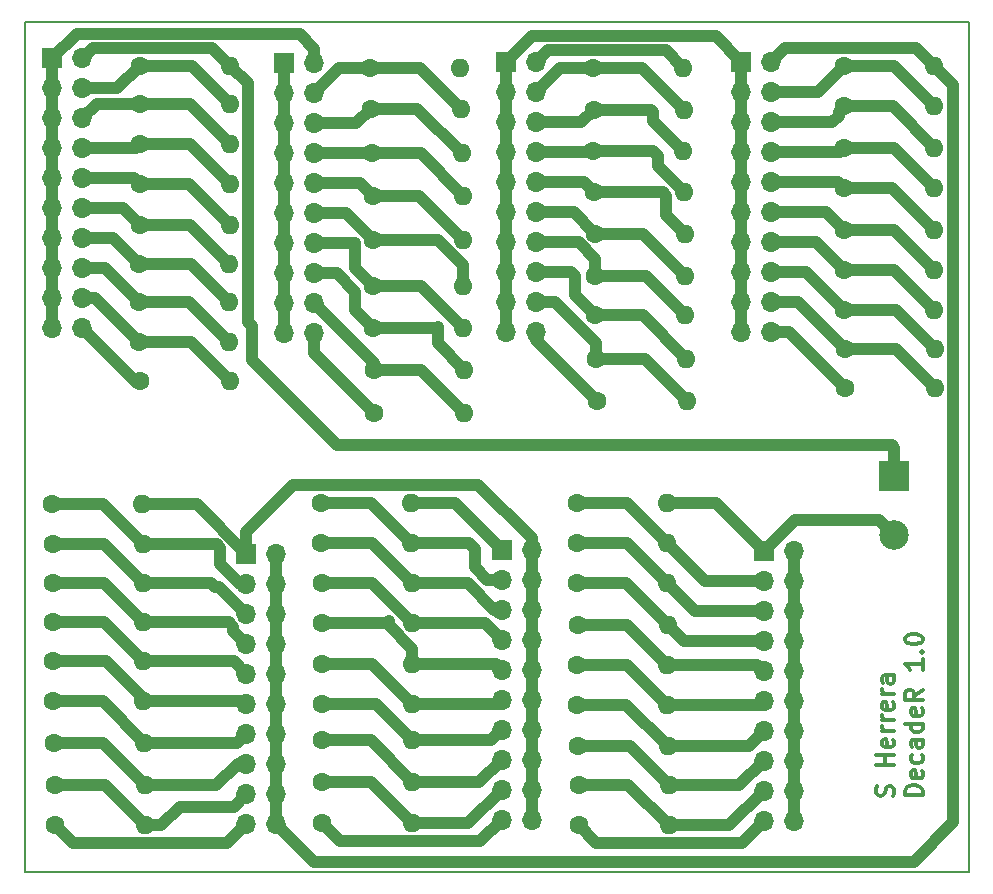
<source format=gbr>
%TF.GenerationSoftware,KiCad,Pcbnew,7.0.1*%
%TF.CreationDate,2025-02-25T21:51:12-03:00*%
%TF.ProjectId,resistorDecade,72657369-7374-46f7-9244-65636164652e,rev?*%
%TF.SameCoordinates,Original*%
%TF.FileFunction,Copper,L2,Bot*%
%TF.FilePolarity,Positive*%
%FSLAX46Y46*%
G04 Gerber Fmt 4.6, Leading zero omitted, Abs format (unit mm)*
G04 Created by KiCad (PCBNEW 7.0.1) date 2025-02-25 21:51:12*
%MOMM*%
%LPD*%
G01*
G04 APERTURE LIST*
%TA.AperFunction,NonConductor*%
%ADD10C,0.200000*%
%TD*%
%ADD11C,0.375000*%
%TA.AperFunction,NonConductor*%
%ADD12C,0.375000*%
%TD*%
%TA.AperFunction,ComponentPad*%
%ADD13C,1.600000*%
%TD*%
%TA.AperFunction,ComponentPad*%
%ADD14O,1.600000X1.600000*%
%TD*%
%TA.AperFunction,ComponentPad*%
%ADD15R,1.700000X1.700000*%
%TD*%
%TA.AperFunction,ComponentPad*%
%ADD16O,1.700000X1.700000*%
%TD*%
%TA.AperFunction,ComponentPad*%
%ADD17R,2.500000X2.500000*%
%TD*%
%TA.AperFunction,ComponentPad*%
%ADD18C,2.500000*%
%TD*%
%TA.AperFunction,Conductor*%
%ADD19C,1.000000*%
%TD*%
G04 APERTURE END LIST*
D10*
X94500000Y-46000000D02*
X174400000Y-46000000D01*
X174400000Y-117900000D01*
X94500000Y-117900000D01*
X94500000Y-46000000D01*
D11*
D12*
X168015000Y-111514285D02*
X168086428Y-111300000D01*
X168086428Y-111300000D02*
X168086428Y-110942857D01*
X168086428Y-110942857D02*
X168015000Y-110800000D01*
X168015000Y-110800000D02*
X167943571Y-110728571D01*
X167943571Y-110728571D02*
X167800714Y-110657142D01*
X167800714Y-110657142D02*
X167657857Y-110657142D01*
X167657857Y-110657142D02*
X167515000Y-110728571D01*
X167515000Y-110728571D02*
X167443571Y-110800000D01*
X167443571Y-110800000D02*
X167372142Y-110942857D01*
X167372142Y-110942857D02*
X167300714Y-111228571D01*
X167300714Y-111228571D02*
X167229285Y-111371428D01*
X167229285Y-111371428D02*
X167157857Y-111442857D01*
X167157857Y-111442857D02*
X167015000Y-111514285D01*
X167015000Y-111514285D02*
X166872142Y-111514285D01*
X166872142Y-111514285D02*
X166729285Y-111442857D01*
X166729285Y-111442857D02*
X166657857Y-111371428D01*
X166657857Y-111371428D02*
X166586428Y-111228571D01*
X166586428Y-111228571D02*
X166586428Y-110871428D01*
X166586428Y-110871428D02*
X166657857Y-110657142D01*
X168086428Y-108871429D02*
X166586428Y-108871429D01*
X167300714Y-108871429D02*
X167300714Y-108014286D01*
X168086428Y-108014286D02*
X166586428Y-108014286D01*
X168015000Y-106728571D02*
X168086428Y-106871428D01*
X168086428Y-106871428D02*
X168086428Y-107157143D01*
X168086428Y-107157143D02*
X168015000Y-107300000D01*
X168015000Y-107300000D02*
X167872142Y-107371428D01*
X167872142Y-107371428D02*
X167300714Y-107371428D01*
X167300714Y-107371428D02*
X167157857Y-107300000D01*
X167157857Y-107300000D02*
X167086428Y-107157143D01*
X167086428Y-107157143D02*
X167086428Y-106871428D01*
X167086428Y-106871428D02*
X167157857Y-106728571D01*
X167157857Y-106728571D02*
X167300714Y-106657143D01*
X167300714Y-106657143D02*
X167443571Y-106657143D01*
X167443571Y-106657143D02*
X167586428Y-107371428D01*
X168086428Y-106014286D02*
X167086428Y-106014286D01*
X167372142Y-106014286D02*
X167229285Y-105942857D01*
X167229285Y-105942857D02*
X167157857Y-105871429D01*
X167157857Y-105871429D02*
X167086428Y-105728571D01*
X167086428Y-105728571D02*
X167086428Y-105585714D01*
X168086428Y-105085715D02*
X167086428Y-105085715D01*
X167372142Y-105085715D02*
X167229285Y-105014286D01*
X167229285Y-105014286D02*
X167157857Y-104942858D01*
X167157857Y-104942858D02*
X167086428Y-104800000D01*
X167086428Y-104800000D02*
X167086428Y-104657143D01*
X168015000Y-103585715D02*
X168086428Y-103728572D01*
X168086428Y-103728572D02*
X168086428Y-104014287D01*
X168086428Y-104014287D02*
X168015000Y-104157144D01*
X168015000Y-104157144D02*
X167872142Y-104228572D01*
X167872142Y-104228572D02*
X167300714Y-104228572D01*
X167300714Y-104228572D02*
X167157857Y-104157144D01*
X167157857Y-104157144D02*
X167086428Y-104014287D01*
X167086428Y-104014287D02*
X167086428Y-103728572D01*
X167086428Y-103728572D02*
X167157857Y-103585715D01*
X167157857Y-103585715D02*
X167300714Y-103514287D01*
X167300714Y-103514287D02*
X167443571Y-103514287D01*
X167443571Y-103514287D02*
X167586428Y-104228572D01*
X168086428Y-102871430D02*
X167086428Y-102871430D01*
X167372142Y-102871430D02*
X167229285Y-102800001D01*
X167229285Y-102800001D02*
X167157857Y-102728573D01*
X167157857Y-102728573D02*
X167086428Y-102585715D01*
X167086428Y-102585715D02*
X167086428Y-102442858D01*
X168086428Y-101300002D02*
X167300714Y-101300002D01*
X167300714Y-101300002D02*
X167157857Y-101371430D01*
X167157857Y-101371430D02*
X167086428Y-101514287D01*
X167086428Y-101514287D02*
X167086428Y-101800002D01*
X167086428Y-101800002D02*
X167157857Y-101942859D01*
X168015000Y-101300002D02*
X168086428Y-101442859D01*
X168086428Y-101442859D02*
X168086428Y-101800002D01*
X168086428Y-101800002D02*
X168015000Y-101942859D01*
X168015000Y-101942859D02*
X167872142Y-102014287D01*
X167872142Y-102014287D02*
X167729285Y-102014287D01*
X167729285Y-102014287D02*
X167586428Y-101942859D01*
X167586428Y-101942859D02*
X167515000Y-101800002D01*
X167515000Y-101800002D02*
X167515000Y-101442859D01*
X167515000Y-101442859D02*
X167443571Y-101300002D01*
X170516428Y-111442857D02*
X169016428Y-111442857D01*
X169016428Y-111442857D02*
X169016428Y-111085714D01*
X169016428Y-111085714D02*
X169087857Y-110871428D01*
X169087857Y-110871428D02*
X169230714Y-110728571D01*
X169230714Y-110728571D02*
X169373571Y-110657142D01*
X169373571Y-110657142D02*
X169659285Y-110585714D01*
X169659285Y-110585714D02*
X169873571Y-110585714D01*
X169873571Y-110585714D02*
X170159285Y-110657142D01*
X170159285Y-110657142D02*
X170302142Y-110728571D01*
X170302142Y-110728571D02*
X170445000Y-110871428D01*
X170445000Y-110871428D02*
X170516428Y-111085714D01*
X170516428Y-111085714D02*
X170516428Y-111442857D01*
X170445000Y-109371428D02*
X170516428Y-109514285D01*
X170516428Y-109514285D02*
X170516428Y-109800000D01*
X170516428Y-109800000D02*
X170445000Y-109942857D01*
X170445000Y-109942857D02*
X170302142Y-110014285D01*
X170302142Y-110014285D02*
X169730714Y-110014285D01*
X169730714Y-110014285D02*
X169587857Y-109942857D01*
X169587857Y-109942857D02*
X169516428Y-109800000D01*
X169516428Y-109800000D02*
X169516428Y-109514285D01*
X169516428Y-109514285D02*
X169587857Y-109371428D01*
X169587857Y-109371428D02*
X169730714Y-109300000D01*
X169730714Y-109300000D02*
X169873571Y-109300000D01*
X169873571Y-109300000D02*
X170016428Y-110014285D01*
X170445000Y-108014286D02*
X170516428Y-108157143D01*
X170516428Y-108157143D02*
X170516428Y-108442857D01*
X170516428Y-108442857D02*
X170445000Y-108585714D01*
X170445000Y-108585714D02*
X170373571Y-108657143D01*
X170373571Y-108657143D02*
X170230714Y-108728571D01*
X170230714Y-108728571D02*
X169802142Y-108728571D01*
X169802142Y-108728571D02*
X169659285Y-108657143D01*
X169659285Y-108657143D02*
X169587857Y-108585714D01*
X169587857Y-108585714D02*
X169516428Y-108442857D01*
X169516428Y-108442857D02*
X169516428Y-108157143D01*
X169516428Y-108157143D02*
X169587857Y-108014286D01*
X170516428Y-106728572D02*
X169730714Y-106728572D01*
X169730714Y-106728572D02*
X169587857Y-106800000D01*
X169587857Y-106800000D02*
X169516428Y-106942857D01*
X169516428Y-106942857D02*
X169516428Y-107228572D01*
X169516428Y-107228572D02*
X169587857Y-107371429D01*
X170445000Y-106728572D02*
X170516428Y-106871429D01*
X170516428Y-106871429D02*
X170516428Y-107228572D01*
X170516428Y-107228572D02*
X170445000Y-107371429D01*
X170445000Y-107371429D02*
X170302142Y-107442857D01*
X170302142Y-107442857D02*
X170159285Y-107442857D01*
X170159285Y-107442857D02*
X170016428Y-107371429D01*
X170016428Y-107371429D02*
X169945000Y-107228572D01*
X169945000Y-107228572D02*
X169945000Y-106871429D01*
X169945000Y-106871429D02*
X169873571Y-106728572D01*
X170516428Y-105371429D02*
X169016428Y-105371429D01*
X170445000Y-105371429D02*
X170516428Y-105514286D01*
X170516428Y-105514286D02*
X170516428Y-105800000D01*
X170516428Y-105800000D02*
X170445000Y-105942857D01*
X170445000Y-105942857D02*
X170373571Y-106014286D01*
X170373571Y-106014286D02*
X170230714Y-106085714D01*
X170230714Y-106085714D02*
X169802142Y-106085714D01*
X169802142Y-106085714D02*
X169659285Y-106014286D01*
X169659285Y-106014286D02*
X169587857Y-105942857D01*
X169587857Y-105942857D02*
X169516428Y-105800000D01*
X169516428Y-105800000D02*
X169516428Y-105514286D01*
X169516428Y-105514286D02*
X169587857Y-105371429D01*
X170445000Y-104085714D02*
X170516428Y-104228571D01*
X170516428Y-104228571D02*
X170516428Y-104514286D01*
X170516428Y-104514286D02*
X170445000Y-104657143D01*
X170445000Y-104657143D02*
X170302142Y-104728571D01*
X170302142Y-104728571D02*
X169730714Y-104728571D01*
X169730714Y-104728571D02*
X169587857Y-104657143D01*
X169587857Y-104657143D02*
X169516428Y-104514286D01*
X169516428Y-104514286D02*
X169516428Y-104228571D01*
X169516428Y-104228571D02*
X169587857Y-104085714D01*
X169587857Y-104085714D02*
X169730714Y-104014286D01*
X169730714Y-104014286D02*
X169873571Y-104014286D01*
X169873571Y-104014286D02*
X170016428Y-104728571D01*
X170516428Y-102514286D02*
X169802142Y-103014286D01*
X170516428Y-103371429D02*
X169016428Y-103371429D01*
X169016428Y-103371429D02*
X169016428Y-102800000D01*
X169016428Y-102800000D02*
X169087857Y-102657143D01*
X169087857Y-102657143D02*
X169159285Y-102585714D01*
X169159285Y-102585714D02*
X169302142Y-102514286D01*
X169302142Y-102514286D02*
X169516428Y-102514286D01*
X169516428Y-102514286D02*
X169659285Y-102585714D01*
X169659285Y-102585714D02*
X169730714Y-102657143D01*
X169730714Y-102657143D02*
X169802142Y-102800000D01*
X169802142Y-102800000D02*
X169802142Y-103371429D01*
X170516428Y-99942857D02*
X170516428Y-100800000D01*
X170516428Y-100371429D02*
X169016428Y-100371429D01*
X169016428Y-100371429D02*
X169230714Y-100514286D01*
X169230714Y-100514286D02*
X169373571Y-100657143D01*
X169373571Y-100657143D02*
X169445000Y-100800000D01*
X170373571Y-99300001D02*
X170445000Y-99228572D01*
X170445000Y-99228572D02*
X170516428Y-99300001D01*
X170516428Y-99300001D02*
X170445000Y-99371429D01*
X170445000Y-99371429D02*
X170373571Y-99300001D01*
X170373571Y-99300001D02*
X170516428Y-99300001D01*
X169016428Y-98300000D02*
X169016428Y-98157143D01*
X169016428Y-98157143D02*
X169087857Y-98014286D01*
X169087857Y-98014286D02*
X169159285Y-97942858D01*
X169159285Y-97942858D02*
X169302142Y-97871429D01*
X169302142Y-97871429D02*
X169587857Y-97800000D01*
X169587857Y-97800000D02*
X169945000Y-97800000D01*
X169945000Y-97800000D02*
X170230714Y-97871429D01*
X170230714Y-97871429D02*
X170373571Y-97942858D01*
X170373571Y-97942858D02*
X170445000Y-98014286D01*
X170445000Y-98014286D02*
X170516428Y-98157143D01*
X170516428Y-98157143D02*
X170516428Y-98300000D01*
X170516428Y-98300000D02*
X170445000Y-98442858D01*
X170445000Y-98442858D02*
X170373571Y-98514286D01*
X170373571Y-98514286D02*
X170230714Y-98585715D01*
X170230714Y-98585715D02*
X169945000Y-98657143D01*
X169945000Y-98657143D02*
X169587857Y-98657143D01*
X169587857Y-98657143D02*
X169302142Y-98585715D01*
X169302142Y-98585715D02*
X169159285Y-98514286D01*
X169159285Y-98514286D02*
X169087857Y-98442858D01*
X169087857Y-98442858D02*
X169016428Y-98300000D01*
D13*
%TO.P,R16,1*%
%TO.N,Net-(J2-Pin_16)*%
X123990000Y-71900000D03*
D14*
%TO.P,R16,2*%
%TO.N,Net-(J2-Pin_14)*%
X131610000Y-71900000D03*
%TD*%
D13*
%TO.P,R3,1*%
%TO.N,Net-(J9-Pin_8)*%
X104240000Y-56300000D03*
D14*
%TO.P,R3,2*%
%TO.N,Net-(J9-Pin_6)*%
X111860000Y-56300000D03*
%TD*%
D13*
%TO.P,R54,1*%
%TO.N,Net-(J6-Pin_19)*%
X119680000Y-113800000D03*
D14*
%TO.P,R54,2*%
%TO.N,Net-(J6-Pin_17)*%
X127300000Y-113800000D03*
%TD*%
D13*
%TO.P,R15,1*%
%TO.N,Net-(J2-Pin_14)*%
X123990000Y-68300000D03*
D14*
%TO.P,R15,2*%
%TO.N,Net-(J2-Pin_12)*%
X131610000Y-68300000D03*
%TD*%
D15*
%TO.P,J2,1,Pin_1*%
%TO.N,Net-(J2-Pin_1)*%
X116475000Y-49420000D03*
D16*
%TO.P,J2,2,Pin_2*%
%TO.N,Net-(J2-Pin_2)*%
X119015000Y-49420000D03*
%TO.P,J2,3,Pin_3*%
%TO.N,Net-(J2-Pin_1)*%
X116475000Y-51960000D03*
%TO.P,J2,4,Pin_4*%
%TO.N,Net-(J2-Pin_4)*%
X119015000Y-51960000D03*
%TO.P,J2,5,Pin_5*%
%TO.N,Net-(J2-Pin_1)*%
X116475000Y-54500000D03*
%TO.P,J2,6,Pin_6*%
%TO.N,Net-(J2-Pin_6)*%
X119015000Y-54500000D03*
%TO.P,J2,7,Pin_7*%
%TO.N,Net-(J2-Pin_1)*%
X116475000Y-57040000D03*
%TO.P,J2,8,Pin_8*%
%TO.N,Net-(J2-Pin_8)*%
X119015000Y-57040000D03*
%TO.P,J2,9,Pin_9*%
%TO.N,Net-(J2-Pin_1)*%
X116475000Y-59580000D03*
%TO.P,J2,10,Pin_10*%
%TO.N,Net-(J2-Pin_10)*%
X119015000Y-59580000D03*
%TO.P,J2,11,Pin_11*%
%TO.N,Net-(J2-Pin_1)*%
X116475000Y-62120000D03*
%TO.P,J2,12,Pin_12*%
%TO.N,Net-(J2-Pin_12)*%
X119015000Y-62120000D03*
%TO.P,J2,13,Pin_13*%
%TO.N,Net-(J2-Pin_1)*%
X116475000Y-64660000D03*
%TO.P,J2,14,Pin_14*%
%TO.N,Net-(J2-Pin_14)*%
X119015000Y-64660000D03*
%TO.P,J2,15,Pin_15*%
%TO.N,Net-(J2-Pin_1)*%
X116475000Y-67200000D03*
%TO.P,J2,16,Pin_16*%
%TO.N,Net-(J2-Pin_16)*%
X119015000Y-67200000D03*
%TO.P,J2,17,Pin_17*%
%TO.N,Net-(J2-Pin_1)*%
X116475000Y-69740000D03*
%TO.P,J2,18,Pin_18*%
%TO.N,Net-(J2-Pin_18)*%
X119015000Y-69740000D03*
%TO.P,J2,19,Pin_19*%
%TO.N,Net-(J2-Pin_1)*%
X116475000Y-72280000D03*
%TO.P,J2,20,Pin_20*%
%TO.N,Net-(J2-Pin_20)*%
X119015000Y-72280000D03*
%TD*%
D13*
%TO.P,R13,1*%
%TO.N,Net-(J2-Pin_10)*%
X123990000Y-60700000D03*
D14*
%TO.P,R13,2*%
%TO.N,Net-(J2-Pin_8)*%
X131610000Y-60700000D03*
%TD*%
D13*
%TO.P,R1,1*%
%TO.N,Net-(J9-Pin_4)*%
X104240000Y-49670000D03*
D14*
%TO.P,R1,2*%
%TO.N,Net-(J1-Pin_1)*%
X111860000Y-49670000D03*
%TD*%
D13*
%TO.P,R29,1*%
%TO.N,Net-(J4-Pin_6)*%
X163880000Y-53100000D03*
D14*
%TO.P,R29,2*%
%TO.N,Net-(J4-Pin_4)*%
X171500000Y-53100000D03*
%TD*%
D13*
%TO.P,R36,1*%
%TO.N,Net-(J4-Pin_20)*%
X163980000Y-77000000D03*
D14*
%TO.P,R36,2*%
%TO.N,Net-(J4-Pin_18)*%
X171600000Y-77000000D03*
%TD*%
D13*
%TO.P,R46,1*%
%TO.N,Net-(J6-Pin_3)*%
X119580000Y-86700000D03*
D14*
%TO.P,R46,2*%
%TO.N,Net-(J6-Pin_1)*%
X127200000Y-86700000D03*
%TD*%
D13*
%TO.P,R63,1*%
%TO.N,Net-(J7-Pin_19)*%
X141380000Y-114000000D03*
D14*
%TO.P,R63,2*%
%TO.N,Net-(J7-Pin_17)*%
X149000000Y-114000000D03*
%TD*%
D13*
%TO.P,R28,1*%
%TO.N,Net-(J4-Pin_4)*%
X163870000Y-49675000D03*
D14*
%TO.P,R28,2*%
%TO.N,Net-(J4-Pin_2)*%
X171490000Y-49675000D03*
%TD*%
D13*
%TO.P,R56,1*%
%TO.N,Net-(J7-Pin_5)*%
X141280000Y-90100000D03*
D14*
%TO.P,R56,2*%
%TO.N,Net-(J7-Pin_3)*%
X148900000Y-90100000D03*
%TD*%
D13*
%TO.P,R43,1*%
%TO.N,Net-(J5-Pin_15)*%
X96980000Y-107000000D03*
D14*
%TO.P,R43,2*%
%TO.N,Net-(J5-Pin_13)*%
X104600000Y-107000000D03*
%TD*%
D13*
%TO.P,R2,1*%
%TO.N,Net-(J9-Pin_6)*%
X104240000Y-52900000D03*
D14*
%TO.P,R2,2*%
%TO.N,Net-(J9-Pin_4)*%
X111860000Y-52900000D03*
%TD*%
D13*
%TO.P,R4,1*%
%TO.N,Net-(J9-Pin_10)*%
X104240000Y-59700000D03*
D14*
%TO.P,R4,2*%
%TO.N,Net-(J9-Pin_8)*%
X111860000Y-59700000D03*
%TD*%
D13*
%TO.P,R32,1*%
%TO.N,Net-(J4-Pin_12)*%
X163880000Y-63600000D03*
D14*
%TO.P,R32,2*%
%TO.N,Net-(J4-Pin_10)*%
X171500000Y-63600000D03*
%TD*%
D13*
%TO.P,R58,1*%
%TO.N,Net-(J7-Pin_9)*%
X141305000Y-97000000D03*
D14*
%TO.P,R58,2*%
%TO.N,Net-(J7-Pin_7)*%
X148925000Y-97000000D03*
%TD*%
D13*
%TO.P,R19,1*%
%TO.N,Net-(J3-Pin_4)*%
X142640000Y-49875000D03*
D14*
%TO.P,R19,2*%
%TO.N,Net-(J2-Pin_1)*%
X150260000Y-49875000D03*
%TD*%
D13*
%TO.P,R6,1*%
%TO.N,Net-(J9-Pin_14)*%
X104180000Y-66500000D03*
D14*
%TO.P,R6,2*%
%TO.N,Net-(J9-Pin_12)*%
X111800000Y-66500000D03*
%TD*%
D13*
%TO.P,R24,1*%
%TO.N,Net-(J3-Pin_14)*%
X142780000Y-67500000D03*
D14*
%TO.P,R24,2*%
%TO.N,Net-(J3-Pin_12)*%
X150400000Y-67500000D03*
%TD*%
D13*
%TO.P,R57,1*%
%TO.N,Net-(J7-Pin_7)*%
X141280000Y-93500000D03*
D14*
%TO.P,R57,2*%
%TO.N,Net-(J7-Pin_5)*%
X148900000Y-93500000D03*
%TD*%
D17*
%TO.P,J1,1,Pin_1*%
%TO.N,Net-(J1-Pin_1)*%
X168100000Y-84400000D03*
D18*
%TO.P,J1,2,Pin_2*%
%TO.N,Net-(J1-Pin_2)*%
X168100000Y-89400000D03*
%TD*%
D13*
%TO.P,R7,1*%
%TO.N,Net-(J9-Pin_16)*%
X104180000Y-69700000D03*
D14*
%TO.P,R7,2*%
%TO.N,Net-(J9-Pin_14)*%
X111800000Y-69700000D03*
%TD*%
D13*
%TO.P,R44,1*%
%TO.N,Net-(J5-Pin_17)*%
X97080000Y-110600000D03*
D14*
%TO.P,R44,2*%
%TO.N,Net-(J5-Pin_15)*%
X104700000Y-110600000D03*
%TD*%
D13*
%TO.P,R59,1*%
%TO.N,Net-(J7-Pin_11)*%
X141280000Y-100400000D03*
D14*
%TO.P,R59,2*%
%TO.N,Net-(J7-Pin_9)*%
X148900000Y-100400000D03*
%TD*%
D13*
%TO.P,R39,1*%
%TO.N,Net-(J5-Pin_7)*%
X96880000Y-93500000D03*
D14*
%TO.P,R39,2*%
%TO.N,Net-(J5-Pin_5)*%
X104500000Y-93500000D03*
%TD*%
D13*
%TO.P,R37,1*%
%TO.N,Net-(J5-Pin_3)*%
X96830000Y-86810000D03*
D14*
%TO.P,R37,2*%
%TO.N,Net-(J5-Pin_1)*%
X104450000Y-86810000D03*
%TD*%
D13*
%TO.P,R17,1*%
%TO.N,Net-(J2-Pin_18)*%
X124090000Y-75400000D03*
D14*
%TO.P,R17,2*%
%TO.N,Net-(J2-Pin_16)*%
X131710000Y-75400000D03*
%TD*%
D13*
%TO.P,R38,1*%
%TO.N,Net-(J5-Pin_5)*%
X96880000Y-90200000D03*
D14*
%TO.P,R38,2*%
%TO.N,Net-(J5-Pin_3)*%
X104500000Y-90200000D03*
%TD*%
D13*
%TO.P,R33,1*%
%TO.N,Net-(J4-Pin_14)*%
X163880000Y-67000000D03*
D14*
%TO.P,R33,2*%
%TO.N,Net-(J4-Pin_12)*%
X171500000Y-67000000D03*
%TD*%
D13*
%TO.P,R18,1*%
%TO.N,Net-(J2-Pin_20)*%
X124090000Y-79100000D03*
D14*
%TO.P,R18,2*%
%TO.N,Net-(J2-Pin_18)*%
X131710000Y-79100000D03*
%TD*%
D13*
%TO.P,R31,1*%
%TO.N,Net-(J4-Pin_10)*%
X163870000Y-60000000D03*
D14*
%TO.P,R31,2*%
%TO.N,Net-(J4-Pin_8)*%
X171490000Y-60000000D03*
%TD*%
D13*
%TO.P,R10,1*%
%TO.N,Net-(J2-Pin_4)*%
X123730000Y-49880000D03*
D14*
%TO.P,R10,2*%
%TO.N,Net-(J2-Pin_2)*%
X131350000Y-49880000D03*
%TD*%
D13*
%TO.P,R48,1*%
%TO.N,Net-(J6-Pin_7)*%
X119680000Y-93500000D03*
D14*
%TO.P,R48,2*%
%TO.N,Net-(J6-Pin_5)*%
X127300000Y-93500000D03*
%TD*%
D13*
%TO.P,R51,1*%
%TO.N,Net-(J6-Pin_13)*%
X119680000Y-103700000D03*
D14*
%TO.P,R51,2*%
%TO.N,Net-(J6-Pin_11)*%
X127300000Y-103700000D03*
%TD*%
D13*
%TO.P,R26,1*%
%TO.N,Net-(J3-Pin_18)*%
X142890000Y-74500000D03*
D14*
%TO.P,R26,2*%
%TO.N,Net-(J3-Pin_16)*%
X150510000Y-74500000D03*
%TD*%
D15*
%TO.P,J4,1,Pin_1*%
%TO.N,Net-(J3-Pin_1)*%
X155175000Y-49350000D03*
D16*
%TO.P,J4,2,Pin_2*%
%TO.N,Net-(J4-Pin_2)*%
X157715000Y-49350000D03*
%TO.P,J4,3,Pin_3*%
%TO.N,Net-(J3-Pin_1)*%
X155175000Y-51890000D03*
%TO.P,J4,4,Pin_4*%
%TO.N,Net-(J4-Pin_4)*%
X157715000Y-51890000D03*
%TO.P,J4,5,Pin_5*%
%TO.N,Net-(J3-Pin_1)*%
X155175000Y-54430000D03*
%TO.P,J4,6,Pin_6*%
%TO.N,Net-(J4-Pin_6)*%
X157715000Y-54430000D03*
%TO.P,J4,7,Pin_7*%
%TO.N,Net-(J3-Pin_1)*%
X155175000Y-56970000D03*
%TO.P,J4,8,Pin_8*%
%TO.N,Net-(J4-Pin_8)*%
X157715000Y-56970000D03*
%TO.P,J4,9,Pin_9*%
%TO.N,Net-(J3-Pin_1)*%
X155175000Y-59510000D03*
%TO.P,J4,10,Pin_10*%
%TO.N,Net-(J4-Pin_10)*%
X157715000Y-59510000D03*
%TO.P,J4,11,Pin_11*%
%TO.N,Net-(J3-Pin_1)*%
X155175000Y-62050000D03*
%TO.P,J4,12,Pin_12*%
%TO.N,Net-(J4-Pin_12)*%
X157715000Y-62050000D03*
%TO.P,J4,13,Pin_13*%
%TO.N,Net-(J3-Pin_1)*%
X155175000Y-64590000D03*
%TO.P,J4,14,Pin_14*%
%TO.N,Net-(J4-Pin_14)*%
X157715000Y-64590000D03*
%TO.P,J4,15,Pin_15*%
%TO.N,Net-(J3-Pin_1)*%
X155175000Y-67130000D03*
%TO.P,J4,16,Pin_16*%
%TO.N,Net-(J4-Pin_16)*%
X157715000Y-67130000D03*
%TO.P,J4,17,Pin_17*%
%TO.N,Net-(J3-Pin_1)*%
X155175000Y-69670000D03*
%TO.P,J4,18,Pin_18*%
%TO.N,Net-(J4-Pin_18)*%
X157715000Y-69670000D03*
%TO.P,J4,19,Pin_19*%
%TO.N,Net-(J3-Pin_1)*%
X155175000Y-72210000D03*
%TO.P,J4,20,Pin_20*%
%TO.N,Net-(J4-Pin_20)*%
X157715000Y-72210000D03*
%TD*%
D13*
%TO.P,R20,1*%
%TO.N,Net-(J3-Pin_6)*%
X142680000Y-53400000D03*
D14*
%TO.P,R20,2*%
%TO.N,Net-(J3-Pin_4)*%
X150300000Y-53400000D03*
%TD*%
D13*
%TO.P,R61,1*%
%TO.N,Net-(J7-Pin_15)*%
X141305000Y-107300000D03*
D14*
%TO.P,R61,2*%
%TO.N,Net-(J7-Pin_13)*%
X148925000Y-107300000D03*
%TD*%
D15*
%TO.P,J6,1,Pin_1*%
%TO.N,Net-(J6-Pin_1)*%
X134860000Y-90640000D03*
D16*
%TO.P,J6,2,Pin_2*%
%TO.N,Net-(J5-Pin_1)*%
X137400000Y-90640000D03*
%TO.P,J6,3,Pin_3*%
%TO.N,Net-(J6-Pin_3)*%
X134860000Y-93180000D03*
%TO.P,J6,4,Pin_4*%
%TO.N,Net-(J5-Pin_1)*%
X137400000Y-93180000D03*
%TO.P,J6,5,Pin_5*%
%TO.N,Net-(J6-Pin_5)*%
X134860000Y-95720000D03*
%TO.P,J6,6,Pin_6*%
%TO.N,Net-(J5-Pin_1)*%
X137400000Y-95720000D03*
%TO.P,J6,7,Pin_7*%
%TO.N,Net-(J6-Pin_7)*%
X134860000Y-98260000D03*
%TO.P,J6,8,Pin_8*%
%TO.N,Net-(J5-Pin_1)*%
X137400000Y-98260000D03*
%TO.P,J6,9,Pin_9*%
%TO.N,Net-(J6-Pin_9)*%
X134860000Y-100800000D03*
%TO.P,J6,10,Pin_10*%
%TO.N,Net-(J5-Pin_1)*%
X137400000Y-100800000D03*
%TO.P,J6,11,Pin_11*%
%TO.N,Net-(J6-Pin_11)*%
X134860000Y-103340000D03*
%TO.P,J6,12,Pin_12*%
%TO.N,Net-(J5-Pin_1)*%
X137400000Y-103340000D03*
%TO.P,J6,13,Pin_13*%
%TO.N,Net-(J6-Pin_13)*%
X134860000Y-105880000D03*
%TO.P,J6,14,Pin_14*%
%TO.N,Net-(J5-Pin_1)*%
X137400000Y-105880000D03*
%TO.P,J6,15,Pin_15*%
%TO.N,Net-(J6-Pin_15)*%
X134860000Y-108420000D03*
%TO.P,J6,16,Pin_16*%
%TO.N,Net-(J5-Pin_1)*%
X137400000Y-108420000D03*
%TO.P,J6,17,Pin_17*%
%TO.N,Net-(J6-Pin_17)*%
X134860000Y-110960000D03*
%TO.P,J6,18,Pin_18*%
%TO.N,Net-(J5-Pin_1)*%
X137400000Y-110960000D03*
%TO.P,J6,19,Pin_19*%
%TO.N,Net-(J6-Pin_19)*%
X134860000Y-113500000D03*
%TO.P,J6,20,Pin_20*%
%TO.N,Net-(J5-Pin_1)*%
X137400000Y-113500000D03*
%TD*%
D13*
%TO.P,R25,1*%
%TO.N,Net-(J3-Pin_16)*%
X142790000Y-70800000D03*
D14*
%TO.P,R25,2*%
%TO.N,Net-(J3-Pin_14)*%
X150410000Y-70800000D03*
%TD*%
D13*
%TO.P,R8,1*%
%TO.N,Net-(J9-Pin_18)*%
X104180000Y-73100000D03*
D14*
%TO.P,R8,2*%
%TO.N,Net-(J9-Pin_16)*%
X111800000Y-73100000D03*
%TD*%
D13*
%TO.P,R11,1*%
%TO.N,Net-(J2-Pin_6)*%
X123780000Y-53300000D03*
D14*
%TO.P,R11,2*%
%TO.N,Net-(J2-Pin_4)*%
X131400000Y-53300000D03*
%TD*%
D13*
%TO.P,R23,1*%
%TO.N,Net-(J3-Pin_12)*%
X142780000Y-63900000D03*
D14*
%TO.P,R23,2*%
%TO.N,Net-(J3-Pin_10)*%
X150400000Y-63900000D03*
%TD*%
D15*
%TO.P,J5,1,Pin_1*%
%TO.N,Net-(J5-Pin_1)*%
X113260000Y-91000000D03*
D16*
%TO.P,J5,2,Pin_2*%
%TO.N,Net-(J4-Pin_2)*%
X115800000Y-91000000D03*
%TO.P,J5,3,Pin_3*%
%TO.N,Net-(J5-Pin_3)*%
X113260000Y-93540000D03*
%TO.P,J5,4,Pin_4*%
%TO.N,Net-(J4-Pin_2)*%
X115800000Y-93540000D03*
%TO.P,J5,5,Pin_5*%
%TO.N,Net-(J5-Pin_5)*%
X113260000Y-96080000D03*
%TO.P,J5,6,Pin_6*%
%TO.N,Net-(J4-Pin_2)*%
X115800000Y-96080000D03*
%TO.P,J5,7,Pin_7*%
%TO.N,Net-(J5-Pin_7)*%
X113260000Y-98620000D03*
%TO.P,J5,8,Pin_8*%
%TO.N,Net-(J4-Pin_2)*%
X115800000Y-98620000D03*
%TO.P,J5,9,Pin_9*%
%TO.N,Net-(J5-Pin_9)*%
X113260000Y-101160000D03*
%TO.P,J5,10,Pin_10*%
%TO.N,Net-(J4-Pin_2)*%
X115800000Y-101160000D03*
%TO.P,J5,11,Pin_11*%
%TO.N,Net-(J5-Pin_11)*%
X113260000Y-103700000D03*
%TO.P,J5,12,Pin_12*%
%TO.N,Net-(J4-Pin_2)*%
X115800000Y-103700000D03*
%TO.P,J5,13,Pin_13*%
%TO.N,Net-(J5-Pin_13)*%
X113260000Y-106240000D03*
%TO.P,J5,14,Pin_14*%
%TO.N,Net-(J4-Pin_2)*%
X115800000Y-106240000D03*
%TO.P,J5,15,Pin_15*%
%TO.N,Net-(J5-Pin_15)*%
X113260000Y-108780000D03*
%TO.P,J5,16,Pin_16*%
%TO.N,Net-(J4-Pin_2)*%
X115800000Y-108780000D03*
%TO.P,J5,17,Pin_17*%
%TO.N,Net-(J5-Pin_17)*%
X113260000Y-111320000D03*
%TO.P,J5,18,Pin_18*%
%TO.N,Net-(J4-Pin_2)*%
X115800000Y-111320000D03*
%TO.P,J5,19,Pin_19*%
%TO.N,Net-(J5-Pin_19)*%
X113260000Y-113860000D03*
%TO.P,J5,20,Pin_20*%
%TO.N,Net-(J4-Pin_2)*%
X115800000Y-113860000D03*
%TD*%
D13*
%TO.P,R5,1*%
%TO.N,Net-(J9-Pin_12)*%
X104240000Y-63200000D03*
D14*
%TO.P,R5,2*%
%TO.N,Net-(J9-Pin_10)*%
X111860000Y-63200000D03*
%TD*%
D13*
%TO.P,R55,1*%
%TO.N,Net-(J7-Pin_3)*%
X141280000Y-86700000D03*
D14*
%TO.P,R55,2*%
%TO.N,Net-(J1-Pin_2)*%
X148900000Y-86700000D03*
%TD*%
D13*
%TO.P,R30,1*%
%TO.N,Net-(J4-Pin_8)*%
X163870000Y-56600000D03*
D14*
%TO.P,R30,2*%
%TO.N,Net-(J4-Pin_6)*%
X171490000Y-56600000D03*
%TD*%
D13*
%TO.P,R22,1*%
%TO.N,Net-(J3-Pin_10)*%
X142690000Y-60400000D03*
D14*
%TO.P,R22,2*%
%TO.N,Net-(J3-Pin_8)*%
X150310000Y-60400000D03*
%TD*%
D13*
%TO.P,R41,1*%
%TO.N,Net-(J5-Pin_11)*%
X96880000Y-100100000D03*
D14*
%TO.P,R41,2*%
%TO.N,Net-(J5-Pin_9)*%
X104500000Y-100100000D03*
%TD*%
D13*
%TO.P,R62,1*%
%TO.N,Net-(J7-Pin_17)*%
X141380000Y-110600000D03*
D14*
%TO.P,R62,2*%
%TO.N,Net-(J7-Pin_15)*%
X149000000Y-110600000D03*
%TD*%
D13*
%TO.P,R53,1*%
%TO.N,Net-(J6-Pin_17)*%
X119680000Y-110300000D03*
D14*
%TO.P,R53,2*%
%TO.N,Net-(J6-Pin_15)*%
X127300000Y-110300000D03*
%TD*%
D13*
%TO.P,R60,1*%
%TO.N,Net-(J7-Pin_13)*%
X141280000Y-103800000D03*
D14*
%TO.P,R60,2*%
%TO.N,Net-(J7-Pin_11)*%
X148900000Y-103800000D03*
%TD*%
D13*
%TO.P,R35,1*%
%TO.N,Net-(J4-Pin_18)*%
X163980000Y-73700000D03*
D14*
%TO.P,R35,2*%
%TO.N,Net-(J4-Pin_16)*%
X171600000Y-73700000D03*
%TD*%
D13*
%TO.P,R42,1*%
%TO.N,Net-(J5-Pin_13)*%
X96880000Y-103500000D03*
D14*
%TO.P,R42,2*%
%TO.N,Net-(J5-Pin_11)*%
X104500000Y-103500000D03*
%TD*%
D13*
%TO.P,R40,1*%
%TO.N,Net-(J5-Pin_9)*%
X96880000Y-96800000D03*
D14*
%TO.P,R40,2*%
%TO.N,Net-(J5-Pin_7)*%
X104500000Y-96800000D03*
%TD*%
D13*
%TO.P,R49,1*%
%TO.N,Net-(J6-Pin_9)*%
X119680000Y-96900000D03*
D14*
%TO.P,R49,2*%
%TO.N,Net-(J6-Pin_7)*%
X127300000Y-96900000D03*
%TD*%
D13*
%TO.P,R47,1*%
%TO.N,Net-(J6-Pin_5)*%
X119580000Y-90100000D03*
D14*
%TO.P,R47,2*%
%TO.N,Net-(J6-Pin_3)*%
X127200000Y-90100000D03*
%TD*%
D13*
%TO.P,R52,1*%
%TO.N,Net-(J6-Pin_15)*%
X119680000Y-106800000D03*
D14*
%TO.P,R52,2*%
%TO.N,Net-(J6-Pin_13)*%
X127300000Y-106800000D03*
%TD*%
D13*
%TO.P,R45,1*%
%TO.N,Net-(J5-Pin_19)*%
X97080000Y-114000000D03*
D14*
%TO.P,R45,2*%
%TO.N,Net-(J5-Pin_17)*%
X104700000Y-114000000D03*
%TD*%
D13*
%TO.P,R9,1*%
%TO.N,Net-(J9-Pin_20)*%
X104280000Y-76400000D03*
D14*
%TO.P,R9,2*%
%TO.N,Net-(J9-Pin_18)*%
X111900000Y-76400000D03*
%TD*%
D13*
%TO.P,R21,1*%
%TO.N,Net-(J3-Pin_8)*%
X142640000Y-56900000D03*
D14*
%TO.P,R21,2*%
%TO.N,Net-(J3-Pin_6)*%
X150260000Y-56900000D03*
%TD*%
D13*
%TO.P,R34,1*%
%TO.N,Net-(J4-Pin_16)*%
X163870000Y-70400000D03*
D14*
%TO.P,R34,2*%
%TO.N,Net-(J4-Pin_14)*%
X171490000Y-70400000D03*
%TD*%
D15*
%TO.P,J3,1,Pin_1*%
%TO.N,Net-(J3-Pin_1)*%
X135225000Y-49400000D03*
D16*
%TO.P,J3,2,Pin_2*%
%TO.N,Net-(J2-Pin_1)*%
X137765000Y-49400000D03*
%TO.P,J3,3,Pin_3*%
%TO.N,Net-(J3-Pin_1)*%
X135225000Y-51940000D03*
%TO.P,J3,4,Pin_4*%
%TO.N,Net-(J3-Pin_4)*%
X137765000Y-51940000D03*
%TO.P,J3,5,Pin_5*%
%TO.N,Net-(J3-Pin_1)*%
X135225000Y-54480000D03*
%TO.P,J3,6,Pin_6*%
%TO.N,Net-(J3-Pin_6)*%
X137765000Y-54480000D03*
%TO.P,J3,7,Pin_7*%
%TO.N,Net-(J3-Pin_1)*%
X135225000Y-57020000D03*
%TO.P,J3,8,Pin_8*%
%TO.N,Net-(J3-Pin_8)*%
X137765000Y-57020000D03*
%TO.P,J3,9,Pin_9*%
%TO.N,Net-(J3-Pin_1)*%
X135225000Y-59560000D03*
%TO.P,J3,10,Pin_10*%
%TO.N,Net-(J3-Pin_10)*%
X137765000Y-59560000D03*
%TO.P,J3,11,Pin_11*%
%TO.N,Net-(J3-Pin_1)*%
X135225000Y-62100000D03*
%TO.P,J3,12,Pin_12*%
%TO.N,Net-(J3-Pin_12)*%
X137765000Y-62100000D03*
%TO.P,J3,13,Pin_13*%
%TO.N,Net-(J3-Pin_1)*%
X135225000Y-64640000D03*
%TO.P,J3,14,Pin_14*%
%TO.N,Net-(J3-Pin_14)*%
X137765000Y-64640000D03*
%TO.P,J3,15,Pin_15*%
%TO.N,Net-(J3-Pin_1)*%
X135225000Y-67180000D03*
%TO.P,J3,16,Pin_16*%
%TO.N,Net-(J3-Pin_16)*%
X137765000Y-67180000D03*
%TO.P,J3,17,Pin_17*%
%TO.N,Net-(J3-Pin_1)*%
X135225000Y-69720000D03*
%TO.P,J3,18,Pin_18*%
%TO.N,Net-(J3-Pin_18)*%
X137765000Y-69720000D03*
%TO.P,J3,19,Pin_19*%
%TO.N,Net-(J3-Pin_1)*%
X135225000Y-72260000D03*
%TO.P,J3,20,Pin_20*%
%TO.N,Net-(J3-Pin_20)*%
X137765000Y-72260000D03*
%TD*%
D13*
%TO.P,R14,1*%
%TO.N,Net-(J2-Pin_12)*%
X123990000Y-64400000D03*
D14*
%TO.P,R14,2*%
%TO.N,Net-(J2-Pin_10)*%
X131610000Y-64400000D03*
%TD*%
D13*
%TO.P,R50,1*%
%TO.N,Net-(J6-Pin_11)*%
X119680000Y-100300000D03*
D14*
%TO.P,R50,2*%
%TO.N,Net-(J6-Pin_9)*%
X127300000Y-100300000D03*
%TD*%
D15*
%TO.P,J9,1,Pin_1*%
%TO.N,Net-(J2-Pin_2)*%
X96825000Y-49050000D03*
D16*
%TO.P,J9,2,Pin_2*%
%TO.N,Net-(J1-Pin_1)*%
X99365000Y-49050000D03*
%TO.P,J9,3,Pin_3*%
%TO.N,Net-(J2-Pin_2)*%
X96825000Y-51590000D03*
%TO.P,J9,4,Pin_4*%
%TO.N,Net-(J9-Pin_4)*%
X99365000Y-51590000D03*
%TO.P,J9,5,Pin_5*%
%TO.N,Net-(J2-Pin_2)*%
X96825000Y-54130000D03*
%TO.P,J9,6,Pin_6*%
%TO.N,Net-(J9-Pin_6)*%
X99365000Y-54130000D03*
%TO.P,J9,7,Pin_7*%
%TO.N,Net-(J2-Pin_2)*%
X96825000Y-56670000D03*
%TO.P,J9,8,Pin_8*%
%TO.N,Net-(J9-Pin_8)*%
X99365000Y-56670000D03*
%TO.P,J9,9,Pin_9*%
%TO.N,Net-(J2-Pin_2)*%
X96825000Y-59210000D03*
%TO.P,J9,10,Pin_10*%
%TO.N,Net-(J9-Pin_10)*%
X99365000Y-59210000D03*
%TO.P,J9,11,Pin_11*%
%TO.N,Net-(J2-Pin_2)*%
X96825000Y-61750000D03*
%TO.P,J9,12,Pin_12*%
%TO.N,Net-(J9-Pin_12)*%
X99365000Y-61750000D03*
%TO.P,J9,13,Pin_13*%
%TO.N,Net-(J2-Pin_2)*%
X96825000Y-64290000D03*
%TO.P,J9,14,Pin_14*%
%TO.N,Net-(J9-Pin_14)*%
X99365000Y-64290000D03*
%TO.P,J9,15,Pin_15*%
%TO.N,Net-(J2-Pin_2)*%
X96825000Y-66830000D03*
%TO.P,J9,16,Pin_16*%
%TO.N,Net-(J9-Pin_16)*%
X99365000Y-66830000D03*
%TO.P,J9,17,Pin_17*%
%TO.N,Net-(J2-Pin_2)*%
X96825000Y-69370000D03*
%TO.P,J9,18,Pin_18*%
%TO.N,Net-(J9-Pin_18)*%
X99365000Y-69370000D03*
%TO.P,J9,19,Pin_19*%
%TO.N,Net-(J2-Pin_2)*%
X96825000Y-71910000D03*
%TO.P,J9,20,Pin_20*%
%TO.N,Net-(J9-Pin_20)*%
X99365000Y-71910000D03*
%TD*%
D13*
%TO.P,R27,1*%
%TO.N,Net-(J3-Pin_20)*%
X142980000Y-78100000D03*
D14*
%TO.P,R27,2*%
%TO.N,Net-(J3-Pin_18)*%
X150600000Y-78100000D03*
%TD*%
D13*
%TO.P,R12,1*%
%TO.N,Net-(J2-Pin_8)*%
X123890000Y-57100000D03*
D14*
%TO.P,R12,2*%
%TO.N,Net-(J2-Pin_6)*%
X131510000Y-57100000D03*
%TD*%
D15*
%TO.P,J7,1,Pin_1*%
%TO.N,Net-(J1-Pin_2)*%
X157060000Y-90780000D03*
D16*
%TO.P,J7,2,Pin_2*%
%TO.N,Net-(J7-Pin_10)*%
X159600000Y-90780000D03*
%TO.P,J7,3,Pin_3*%
%TO.N,Net-(J7-Pin_3)*%
X157060000Y-93320000D03*
%TO.P,J7,4,Pin_4*%
%TO.N,Net-(J7-Pin_10)*%
X159600000Y-93320000D03*
%TO.P,J7,5,Pin_5*%
%TO.N,Net-(J7-Pin_5)*%
X157060000Y-95860000D03*
%TO.P,J7,6,Pin_6*%
%TO.N,Net-(J7-Pin_10)*%
X159600000Y-95860000D03*
%TO.P,J7,7,Pin_7*%
%TO.N,Net-(J7-Pin_7)*%
X157060000Y-98400000D03*
%TO.P,J7,8,Pin_8*%
%TO.N,Net-(J7-Pin_10)*%
X159600000Y-98400000D03*
%TO.P,J7,9,Pin_9*%
%TO.N,Net-(J7-Pin_9)*%
X157060000Y-100940000D03*
%TO.P,J7,10,Pin_10*%
%TO.N,Net-(J7-Pin_10)*%
X159600000Y-100940000D03*
%TO.P,J7,11,Pin_11*%
%TO.N,Net-(J7-Pin_11)*%
X157060000Y-103480000D03*
%TO.P,J7,12,Pin_12*%
%TO.N,Net-(J7-Pin_10)*%
X159600000Y-103480000D03*
%TO.P,J7,13,Pin_13*%
%TO.N,Net-(J7-Pin_13)*%
X157060000Y-106020000D03*
%TO.P,J7,14,Pin_14*%
%TO.N,Net-(J7-Pin_10)*%
X159600000Y-106020000D03*
%TO.P,J7,15,Pin_15*%
%TO.N,Net-(J7-Pin_15)*%
X157060000Y-108560000D03*
%TO.P,J7,16,Pin_16*%
%TO.N,Net-(J7-Pin_10)*%
X159600000Y-108560000D03*
%TO.P,J7,17,Pin_17*%
%TO.N,Net-(J7-Pin_17)*%
X157060000Y-111100000D03*
%TO.P,J7,18,Pin_18*%
%TO.N,Net-(J7-Pin_10)*%
X159600000Y-111100000D03*
%TO.P,J7,19,Pin_19*%
%TO.N,Net-(J7-Pin_19)*%
X157060000Y-113640000D03*
%TO.P,J7,20,Pin_20*%
%TO.N,Net-(J7-Pin_10)*%
X159600000Y-113640000D03*
%TD*%
D19*
%TO.N,Net-(J1-Pin_1)*%
X113360000Y-51170000D02*
X111860000Y-49670000D01*
X113360000Y-71357032D02*
X113360000Y-51170000D01*
X113700000Y-71697032D02*
X113360000Y-71357032D01*
X167897032Y-81800000D02*
X120900000Y-81800000D01*
X167897032Y-81800000D02*
X168100000Y-82002968D01*
X120900000Y-81800000D02*
X113700000Y-74600000D01*
X113700000Y-74600000D02*
X113700000Y-71697032D01*
X100245000Y-48170000D02*
X99365000Y-49050000D01*
X110360000Y-48170000D02*
X100245000Y-48170000D01*
X168100000Y-82002968D02*
X168100000Y-84400000D01*
X111860000Y-49670000D02*
X110360000Y-48170000D01*
%TO.N,Net-(J1-Pin_2)*%
X148900000Y-86700000D02*
X152980000Y-86700000D01*
X166850001Y-88150001D02*
X168100000Y-89400000D01*
X159689999Y-88150001D02*
X166850001Y-88150001D01*
X157060000Y-90780000D02*
X159689999Y-88150001D01*
X152980000Y-86700000D02*
X157060000Y-90780000D01*
%TO.N,Net-(J9-Pin_4)*%
X108630000Y-49670000D02*
X111860000Y-52900000D01*
X104240000Y-49670000D02*
X102320000Y-51590000D01*
X104240000Y-49670000D02*
X108630000Y-49670000D01*
X99365000Y-51590000D02*
X102320000Y-51590000D01*
%TO.N,Net-(J9-Pin_6)*%
X100595000Y-52900000D02*
X99365000Y-54130000D01*
X108460000Y-52900000D02*
X111860000Y-56300000D01*
X104240000Y-52900000D02*
X108460000Y-52900000D01*
X104240000Y-52900000D02*
X100595000Y-52900000D01*
%TO.N,Net-(J9-Pin_8)*%
X103870000Y-56670000D02*
X104240000Y-56300000D01*
X108460000Y-56300000D02*
X111860000Y-59700000D01*
X99365000Y-56670000D02*
X103870000Y-56670000D01*
X104240000Y-56300000D02*
X108460000Y-56300000D01*
%TO.N,Net-(J9-Pin_10)*%
X99365000Y-59210000D02*
X103750000Y-59210000D01*
X108360000Y-59700000D02*
X111860000Y-63200000D01*
X103750000Y-59210000D02*
X104240000Y-59700000D01*
X104240000Y-59700000D02*
X108360000Y-59700000D01*
%TO.N,Net-(J9-Pin_12)*%
X102790000Y-61750000D02*
X104240000Y-63200000D01*
X104240000Y-63200000D02*
X108500000Y-63200000D01*
X108500000Y-63200000D02*
X111800000Y-66500000D01*
X99365000Y-61750000D02*
X102790000Y-61750000D01*
%TO.N,Net-(J9-Pin_14)*%
X99365000Y-64290000D02*
X101970000Y-64290000D01*
X104180000Y-66500000D02*
X108600000Y-66500000D01*
X108600000Y-66500000D02*
X111800000Y-69700000D01*
X101970000Y-64290000D02*
X104180000Y-66500000D01*
%TO.N,Net-(J9-Pin_16)*%
X99365000Y-66830000D02*
X101310000Y-66830000D01*
X101310000Y-66830000D02*
X104180000Y-69700000D01*
X108400000Y-69700000D02*
X111800000Y-73100000D01*
X104180000Y-69700000D02*
X108400000Y-69700000D01*
%TO.N,Net-(J9-Pin_18)*%
X99365000Y-69370000D02*
X100450000Y-69370000D01*
X100450000Y-69370000D02*
X104180000Y-73100000D01*
X104180000Y-73100000D02*
X108600000Y-73100000D01*
X108600000Y-73100000D02*
X111900000Y-76400000D01*
%TO.N,Net-(J9-Pin_20)*%
X104280000Y-76400000D02*
X103855000Y-76400000D01*
X103855000Y-76400000D02*
X99365000Y-71910000D01*
%TO.N,Net-(J2-Pin_1)*%
X150260000Y-49875000D02*
X148760000Y-48375000D01*
X116475000Y-49420000D02*
X116475000Y-62120000D01*
X148760000Y-48375000D02*
X138790000Y-48375000D01*
X138790000Y-48375000D02*
X137765000Y-49400000D01*
X116475000Y-62120000D02*
X116475000Y-72280000D01*
%TO.N,Net-(J2-Pin_2)*%
X98905000Y-46970000D02*
X117767081Y-46970000D01*
X96825000Y-49050000D02*
X98905000Y-46970000D01*
X96825000Y-49050000D02*
X96825000Y-71910000D01*
X119015000Y-48217919D02*
X119015000Y-49420000D01*
X117767081Y-46970000D02*
X119015000Y-48217919D01*
%TO.N,Net-(J2-Pin_4)*%
X123730000Y-49880000D02*
X127980000Y-49880000D01*
X127980000Y-49880000D02*
X131400000Y-53300000D01*
X123730000Y-49880000D02*
X121095000Y-49880000D01*
X121095000Y-49880000D02*
X119015000Y-51960000D01*
%TO.N,Net-(J2-Pin_6)*%
X123780000Y-53300000D02*
X127710000Y-53300000D01*
X127710000Y-53300000D02*
X131510000Y-57100000D01*
X122580000Y-54500000D02*
X123780000Y-53300000D01*
X119015000Y-54500000D02*
X122580000Y-54500000D01*
%TO.N,Net-(J2-Pin_8)*%
X123890000Y-57100000D02*
X128010000Y-57100000D01*
X128010000Y-57100000D02*
X131610000Y-60700000D01*
X123830000Y-57040000D02*
X123890000Y-57100000D01*
X119015000Y-57040000D02*
X123830000Y-57040000D01*
%TO.N,Net-(J2-Pin_10)*%
X119015000Y-59580000D02*
X122870000Y-59580000D01*
X123990000Y-60700000D02*
X127910000Y-60700000D01*
X122870000Y-59580000D02*
X123990000Y-60700000D01*
X127910000Y-60700000D02*
X131610000Y-64400000D01*
%TO.N,Net-(J2-Pin_12)*%
X119015000Y-62120000D02*
X121710000Y-62120000D01*
X129488679Y-64400000D02*
X131610000Y-66521321D01*
X121710000Y-62120000D02*
X123990000Y-64400000D01*
X123990000Y-64400000D02*
X129488679Y-64400000D01*
X131610000Y-66521321D02*
X131610000Y-68300000D01*
%TO.N,Net-(J2-Pin_14)*%
X122490000Y-64660000D02*
X122490000Y-66800000D01*
X122490000Y-66800000D02*
X123990000Y-68300000D01*
X128010000Y-68300000D02*
X131610000Y-71900000D01*
X119015000Y-64660000D02*
X122490000Y-64660000D01*
X123990000Y-68300000D02*
X128010000Y-68300000D01*
%TO.N,Net-(J2-Pin_16)*%
X122490000Y-68800000D02*
X122490000Y-70400000D01*
X123990000Y-71900000D02*
X129400000Y-71900000D01*
X120890000Y-67200000D02*
X122490000Y-68800000D01*
X129500000Y-73190000D02*
X131710000Y-75400000D01*
X129500000Y-71800000D02*
X129500000Y-73190000D01*
X122490000Y-70400000D02*
X123990000Y-71900000D01*
X119015000Y-67200000D02*
X120890000Y-67200000D01*
X129400000Y-71900000D02*
X129500000Y-71800000D01*
%TO.N,Net-(J2-Pin_18)*%
X124090000Y-74815000D02*
X124090000Y-75400000D01*
X128010000Y-75400000D02*
X131710000Y-79100000D01*
X124090000Y-75400000D02*
X128010000Y-75400000D01*
X119015000Y-69740000D02*
X124090000Y-74815000D01*
%TO.N,Net-(J2-Pin_20)*%
X119015000Y-74025000D02*
X124090000Y-79100000D01*
X119015000Y-72280000D02*
X119015000Y-74025000D01*
%TO.N,Net-(J3-Pin_1)*%
X135225000Y-49400000D02*
X137450000Y-47175000D01*
X137450000Y-47175000D02*
X153000000Y-47175000D01*
X155175000Y-49350000D02*
X155175000Y-72210000D01*
X135225000Y-49400000D02*
X135225000Y-72260000D01*
X153000000Y-47175000D02*
X155175000Y-49350000D01*
%TO.N,Net-(J3-Pin_4)*%
X142640000Y-49875000D02*
X146775000Y-49875000D01*
X139830000Y-49875000D02*
X137765000Y-51940000D01*
X142640000Y-49875000D02*
X139830000Y-49875000D01*
X146775000Y-49875000D02*
X150300000Y-53400000D01*
%TO.N,Net-(J3-Pin_6)*%
X137765000Y-54480000D02*
X141600000Y-54480000D01*
X141600000Y-54480000D02*
X142680000Y-53400000D01*
X147500000Y-53400000D02*
X147700000Y-53600000D01*
X142680000Y-53400000D02*
X147500000Y-53400000D01*
X147700000Y-54340000D02*
X150260000Y-56900000D01*
X147700000Y-53600000D02*
X147700000Y-54340000D01*
%TO.N,Net-(J3-Pin_8)*%
X142640000Y-56900000D02*
X147700000Y-56900000D01*
X148100000Y-57300000D02*
X148100000Y-58190000D01*
X148100000Y-58190000D02*
X150310000Y-60400000D01*
X137765000Y-57020000D02*
X142520000Y-57020000D01*
X147700000Y-56900000D02*
X148100000Y-57300000D01*
X142520000Y-57020000D02*
X142640000Y-56900000D01*
%TO.N,Net-(J3-Pin_10)*%
X148800000Y-60700000D02*
X148800000Y-62300000D01*
X148800000Y-62300000D02*
X150400000Y-63900000D01*
X142690000Y-60400000D02*
X148500000Y-60400000D01*
X141850000Y-59560000D02*
X142690000Y-60400000D01*
X148500000Y-60400000D02*
X148800000Y-60700000D01*
X137765000Y-59560000D02*
X141850000Y-59560000D01*
%TO.N,Net-(J3-Pin_12)*%
X146800000Y-63900000D02*
X150400000Y-67500000D01*
X137765000Y-62100000D02*
X140980000Y-62100000D01*
X142780000Y-63900000D02*
X146800000Y-63900000D01*
X140980000Y-62100000D02*
X142780000Y-63900000D01*
%TO.N,Net-(J3-Pin_14)*%
X142780000Y-66021321D02*
X142780000Y-67500000D01*
X137765000Y-64640000D02*
X141398679Y-64640000D01*
X147110000Y-67500000D02*
X150410000Y-70800000D01*
X142780000Y-67500000D02*
X147110000Y-67500000D01*
X141398679Y-64640000D02*
X142780000Y-66021321D01*
%TO.N,Net-(J3-Pin_16)*%
X141100000Y-69110000D02*
X142790000Y-70800000D01*
X141100000Y-67500000D02*
X141100000Y-69110000D01*
X137765000Y-67180000D02*
X140780000Y-67180000D01*
X142790000Y-70800000D02*
X146810000Y-70800000D01*
X146810000Y-70800000D02*
X150510000Y-74500000D01*
X140780000Y-67180000D02*
X141100000Y-67500000D01*
%TO.N,Net-(J3-Pin_18)*%
X142890000Y-73190000D02*
X142890000Y-74500000D01*
X139420000Y-69720000D02*
X142890000Y-73190000D01*
X147000000Y-74500000D02*
X150600000Y-78100000D01*
X137765000Y-69720000D02*
X139420000Y-69720000D01*
X142890000Y-74500000D02*
X147000000Y-74500000D01*
%TO.N,Net-(J3-Pin_20)*%
X137765000Y-72885000D02*
X142980000Y-78100000D01*
X137765000Y-72260000D02*
X137765000Y-72885000D01*
%TO.N,Net-(J4-Pin_2)*%
X173100000Y-113714400D02*
X173100000Y-51285000D01*
X115800000Y-113860000D02*
X119012492Y-117072492D01*
X119012492Y-117072492D02*
X169741908Y-117072492D01*
X115800000Y-91000000D02*
X115800000Y-113860000D01*
X169990000Y-48175000D02*
X171490000Y-49675000D01*
X169741908Y-117072492D02*
X173100000Y-113714400D01*
X157715000Y-49350000D02*
X158890000Y-48175000D01*
X158890000Y-48175000D02*
X169990000Y-48175000D01*
X173100000Y-51285000D02*
X171490000Y-49675000D01*
%TO.N,Net-(J4-Pin_4)*%
X168075000Y-49675000D02*
X171500000Y-53100000D01*
X161655000Y-51890000D02*
X163870000Y-49675000D01*
X157715000Y-51890000D02*
X161655000Y-51890000D01*
X163870000Y-49675000D02*
X168075000Y-49675000D01*
%TO.N,Net-(J4-Pin_6)*%
X157715000Y-54430000D02*
X162870000Y-54430000D01*
X163400000Y-53900000D02*
X163400000Y-53580000D01*
X163880000Y-53100000D02*
X167990000Y-53100000D01*
X162870000Y-54430000D02*
X163400000Y-53900000D01*
X163400000Y-53580000D02*
X163880000Y-53100000D01*
X167990000Y-53100000D02*
X171490000Y-56600000D01*
%TO.N,Net-(J4-Pin_8)*%
X157715000Y-56970000D02*
X163500000Y-56970000D01*
X163870000Y-56600000D02*
X168090000Y-56600000D01*
X163500000Y-56970000D02*
X163870000Y-56600000D01*
X168090000Y-56600000D02*
X171490000Y-60000000D01*
%TO.N,Net-(J4-Pin_10)*%
X163870000Y-60000000D02*
X167900000Y-60000000D01*
X167900000Y-60000000D02*
X171500000Y-63600000D01*
X163380000Y-59510000D02*
X163870000Y-60000000D01*
X157715000Y-59510000D02*
X163380000Y-59510000D01*
%TO.N,Net-(J4-Pin_12)*%
X168100000Y-63600000D02*
X171500000Y-67000000D01*
X157715000Y-62050000D02*
X162330000Y-62050000D01*
X162330000Y-62050000D02*
X163880000Y-63600000D01*
X163880000Y-63600000D02*
X168100000Y-63600000D01*
%TO.N,Net-(J4-Pin_14)*%
X168090000Y-67000000D02*
X171490000Y-70400000D01*
X163880000Y-67000000D02*
X168090000Y-67000000D01*
X161470000Y-64590000D02*
X163880000Y-67000000D01*
X157715000Y-64590000D02*
X161470000Y-64590000D01*
%TO.N,Net-(J4-Pin_16)*%
X160600000Y-67130000D02*
X163870000Y-70400000D01*
X157715000Y-67130000D02*
X160600000Y-67130000D01*
X168300000Y-70400000D02*
X171600000Y-73700000D01*
X163870000Y-70400000D02*
X168300000Y-70400000D01*
%TO.N,Net-(J4-Pin_18)*%
X163980000Y-73700000D02*
X168300000Y-73700000D01*
X157715000Y-69670000D02*
X159950000Y-69670000D01*
X159950000Y-69670000D02*
X163980000Y-73700000D01*
X168300000Y-73700000D02*
X171600000Y-77000000D01*
%TO.N,Net-(J4-Pin_20)*%
X159190000Y-72210000D02*
X163980000Y-77000000D01*
X157715000Y-72210000D02*
X159190000Y-72210000D01*
%TO.N,Net-(J5-Pin_1)*%
X104450000Y-86810000D02*
X109070000Y-86810000D01*
X137400000Y-89700000D02*
X137400000Y-90640000D01*
X137400000Y-90640000D02*
X137400000Y-113300000D01*
X113260000Y-89150000D02*
X117210000Y-85200000D01*
X113260000Y-91000000D02*
X113260000Y-89150000D01*
X109070000Y-86810000D02*
X113260000Y-91000000D01*
X137600000Y-113500000D02*
X137400000Y-113500000D01*
X132900000Y-85200000D02*
X137400000Y-89700000D01*
X117210000Y-85200000D02*
X132900000Y-85200000D01*
X137400000Y-113300000D02*
X137600000Y-113500000D01*
%TO.N,Net-(J5-Pin_3)*%
X96830000Y-86810000D02*
X101110000Y-86810000D01*
X104500000Y-90200000D02*
X110762944Y-90200000D01*
X110762944Y-90200000D02*
X111031472Y-90468528D01*
X101110000Y-86810000D02*
X104500000Y-90200000D01*
X112700000Y-93540000D02*
X113260000Y-93540000D01*
X111031472Y-90468528D02*
X111031472Y-91871472D01*
X111031472Y-91871472D02*
X112700000Y-93540000D01*
%TO.N,Net-(J5-Pin_5)*%
X110300000Y-93500000D02*
X110600000Y-93800000D01*
X110600000Y-93800000D02*
X110980000Y-93800000D01*
X110980000Y-93800000D02*
X113260000Y-96080000D01*
X104500000Y-93500000D02*
X110300000Y-93500000D01*
X101200000Y-90200000D02*
X104500000Y-93500000D01*
X96880000Y-90200000D02*
X101200000Y-90200000D01*
%TO.N,Net-(J5-Pin_7)*%
X104500000Y-96800000D02*
X111787968Y-96800000D01*
X96880000Y-93500000D02*
X101200000Y-93500000D01*
X112143984Y-97156016D02*
X112143984Y-97503984D01*
X111787968Y-96800000D02*
X112143984Y-97156016D01*
X112143984Y-97503984D02*
X113260000Y-98620000D01*
X101200000Y-93500000D02*
X104500000Y-96800000D01*
%TO.N,Net-(J5-Pin_9)*%
X104500000Y-100100000D02*
X112200000Y-100100000D01*
X101200000Y-96800000D02*
X104500000Y-100100000D01*
X112200000Y-100100000D02*
X113260000Y-101160000D01*
X96880000Y-96800000D02*
X101200000Y-96800000D01*
%TO.N,Net-(J5-Pin_11)*%
X96880000Y-100100000D02*
X101400000Y-100100000D01*
X104500000Y-103500000D02*
X113060000Y-103500000D01*
X101400000Y-100100000D02*
X104500000Y-103200000D01*
X104500000Y-103200000D02*
X104500000Y-103500000D01*
X113060000Y-103500000D02*
X113260000Y-103700000D01*
%TO.N,Net-(J5-Pin_13)*%
X101100000Y-103500000D02*
X104600000Y-107000000D01*
X96880000Y-103500000D02*
X101100000Y-103500000D01*
X112500000Y-107000000D02*
X113260000Y-106240000D01*
X104600000Y-107000000D02*
X112500000Y-107000000D01*
%TO.N,Net-(J5-Pin_15)*%
X104700000Y-110600000D02*
X110700000Y-110600000D01*
X96980000Y-107000000D02*
X101100000Y-107000000D01*
X101100000Y-107000000D02*
X104700000Y-110600000D01*
X112520000Y-108780000D02*
X113260000Y-108780000D01*
X110700000Y-110600000D02*
X112520000Y-108780000D01*
%TO.N,Net-(J5-Pin_17)*%
X101300000Y-110600000D02*
X104700000Y-114000000D01*
X107600000Y-112400000D02*
X112180000Y-112400000D01*
X112180000Y-112400000D02*
X113260000Y-111320000D01*
X104700000Y-114000000D02*
X106000000Y-114000000D01*
X106000000Y-114000000D02*
X107600000Y-112400000D01*
X97080000Y-110600000D02*
X101300000Y-110600000D01*
%TO.N,Net-(J5-Pin_19)*%
X97080000Y-114000000D02*
X98580000Y-115500000D01*
X98580000Y-115500000D02*
X111620000Y-115500000D01*
X111620000Y-115500000D02*
X113260000Y-113860000D01*
%TO.N,Net-(J6-Pin_1)*%
X127200000Y-86700000D02*
X130920000Y-86700000D01*
X130920000Y-86700000D02*
X134860000Y-90640000D01*
%TO.N,Net-(J6-Pin_3)*%
X132100000Y-90100000D02*
X132600000Y-90600000D01*
X127200000Y-90100000D02*
X132100000Y-90100000D01*
X133657919Y-93180000D02*
X134860000Y-93180000D01*
X119580000Y-86700000D02*
X123800000Y-86700000D01*
X123800000Y-86700000D02*
X127200000Y-90100000D01*
X132600000Y-92122081D02*
X133657919Y-93180000D01*
X132600000Y-90600000D02*
X132600000Y-92122081D01*
%TO.N,Net-(J6-Pin_5)*%
X132000000Y-93500000D02*
X134220000Y-95720000D01*
X134220000Y-95720000D02*
X134860000Y-95720000D01*
X119580000Y-90100000D02*
X123900000Y-90100000D01*
X123900000Y-90100000D02*
X127300000Y-93500000D01*
X127300000Y-93500000D02*
X132000000Y-93500000D01*
%TO.N,Net-(J6-Pin_7)*%
X119680000Y-93500000D02*
X123900000Y-93500000D01*
X127300000Y-96900000D02*
X133500000Y-96900000D01*
X123900000Y-93500000D02*
X127300000Y-96900000D01*
X133500000Y-96900000D02*
X134860000Y-98260000D01*
%TO.N,Net-(J6-Pin_9)*%
X125100000Y-96900000D02*
X125300000Y-96700000D01*
X134360000Y-100300000D02*
X134860000Y-100800000D01*
X127300000Y-100300000D02*
X134360000Y-100300000D01*
X127300000Y-99021321D02*
X127300000Y-100300000D01*
X125300000Y-97021321D02*
X127300000Y-99021321D01*
X119680000Y-96900000D02*
X125100000Y-96900000D01*
X125300000Y-96700000D02*
X125300000Y-97021321D01*
%TO.N,Net-(J6-Pin_11)*%
X127300000Y-103700000D02*
X134500000Y-103700000D01*
X119680000Y-100300000D02*
X123900000Y-100300000D01*
X123900000Y-100300000D02*
X127300000Y-103700000D01*
X134500000Y-103700000D02*
X134860000Y-103340000D01*
%TO.N,Net-(J6-Pin_13)*%
X133940000Y-106800000D02*
X134860000Y-105880000D01*
X127300000Y-106800000D02*
X133940000Y-106800000D01*
X119680000Y-103700000D02*
X124200000Y-103700000D01*
X124200000Y-103700000D02*
X127300000Y-106800000D01*
%TO.N,Net-(J6-Pin_15)*%
X127300000Y-110300000D02*
X132980000Y-110300000D01*
X119680000Y-106800000D02*
X123800000Y-106800000D01*
X123800000Y-106800000D02*
X127300000Y-110300000D01*
X132980000Y-110300000D02*
X134860000Y-108420000D01*
%TO.N,Net-(J6-Pin_17)*%
X127300000Y-113800000D02*
X132020000Y-113800000D01*
X132020000Y-113800000D02*
X134860000Y-110960000D01*
X119680000Y-110300000D02*
X123800000Y-110300000D01*
X123800000Y-110300000D02*
X127300000Y-113800000D01*
%TO.N,Net-(J6-Pin_19)*%
X133060000Y-115300000D02*
X134860000Y-113500000D01*
X119680000Y-113800000D02*
X121180000Y-115300000D01*
X121180000Y-115300000D02*
X133060000Y-115300000D01*
%TO.N,Net-(J7-Pin_3)*%
X141280000Y-86700000D02*
X145500000Y-86700000D01*
X145500000Y-86700000D02*
X148900000Y-90100000D01*
X152120000Y-93320000D02*
X157060000Y-93320000D01*
X148900000Y-90100000D02*
X152120000Y-93320000D01*
%TO.N,Net-(J7-Pin_5)*%
X141280000Y-90100000D02*
X145500000Y-90100000D01*
X151260000Y-95860000D02*
X157060000Y-95860000D01*
X145500000Y-90100000D02*
X148900000Y-93500000D01*
X148900000Y-93500000D02*
X151260000Y-95860000D01*
%TO.N,Net-(J7-Pin_7)*%
X141280000Y-93500000D02*
X145425000Y-93500000D01*
X145425000Y-93500000D02*
X148925000Y-97000000D01*
X150325000Y-98400000D02*
X157060000Y-98400000D01*
X148925000Y-97000000D02*
X150325000Y-98400000D01*
%TO.N,Net-(J7-Pin_9)*%
X141305000Y-97000000D02*
X145500000Y-97000000D01*
X145500000Y-97000000D02*
X148900000Y-100400000D01*
X156520000Y-100400000D02*
X157060000Y-100940000D01*
X148900000Y-100400000D02*
X156520000Y-100400000D01*
%TO.N,Net-(J7-Pin_10)*%
X159600000Y-90780000D02*
X159600000Y-113640000D01*
%TO.N,Net-(J7-Pin_11)*%
X145500000Y-100400000D02*
X148900000Y-103800000D01*
X148900000Y-103800000D02*
X156740000Y-103800000D01*
X141280000Y-100400000D02*
X145500000Y-100400000D01*
X156740000Y-103800000D02*
X157060000Y-103480000D01*
%TO.N,Net-(J7-Pin_13)*%
X155780000Y-107300000D02*
X157060000Y-106020000D01*
X148925000Y-107300000D02*
X155780000Y-107300000D01*
X141280000Y-103800000D02*
X145425000Y-103800000D01*
X145425000Y-103800000D02*
X148925000Y-107300000D01*
%TO.N,Net-(J7-Pin_15)*%
X141305000Y-107300000D02*
X145700000Y-107300000D01*
X145700000Y-107300000D02*
X149000000Y-110600000D01*
X157040000Y-108560000D02*
X157060000Y-108560000D01*
X149000000Y-110600000D02*
X155000000Y-110600000D01*
X155000000Y-110600000D02*
X157040000Y-108560000D01*
%TO.N,Net-(J7-Pin_17)*%
X154160000Y-114000000D02*
X157060000Y-111100000D01*
X149000000Y-114000000D02*
X154160000Y-114000000D01*
X145600000Y-110600000D02*
X149000000Y-114000000D01*
X141380000Y-110600000D02*
X145600000Y-110600000D01*
%TO.N,Net-(J7-Pin_19)*%
X155200000Y-115500000D02*
X157060000Y-113640000D01*
X142880000Y-115500000D02*
X155200000Y-115500000D01*
X141380000Y-114000000D02*
X142880000Y-115500000D01*
%TD*%
M02*

</source>
